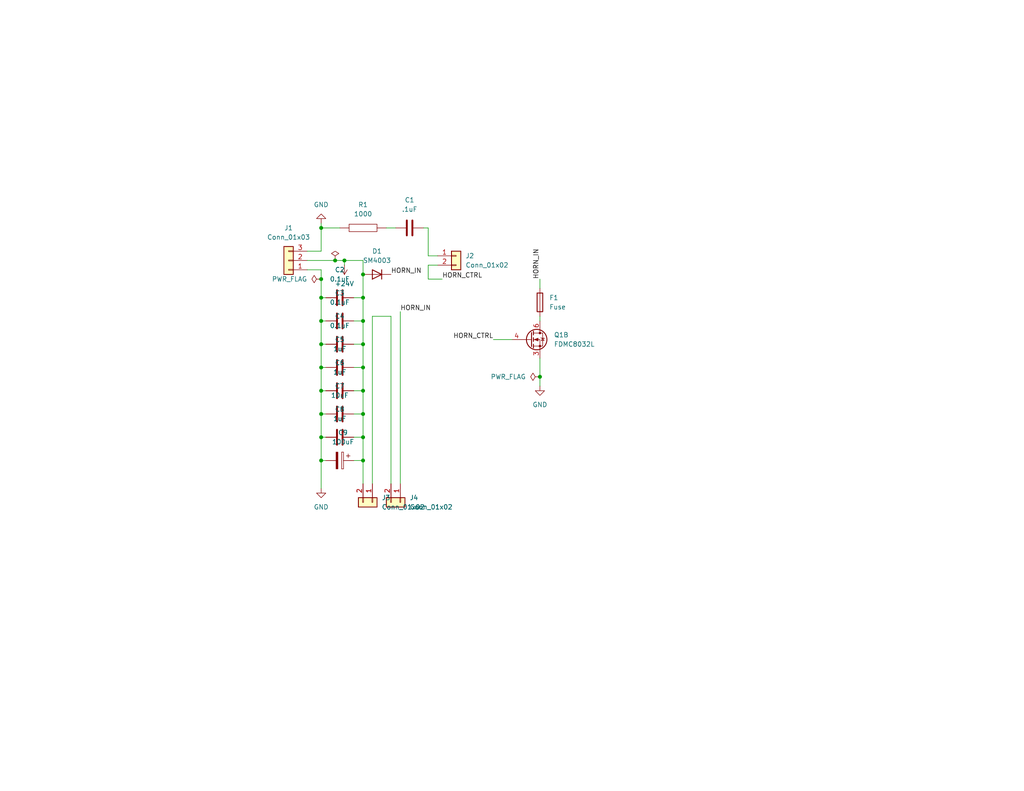
<source format=kicad_sch>
(kicad_sch (version 20250114) (generator "eeschema") (generator_version "9.0")
  (paper "USLetter")
  (title_block (title "Horns Board") (date "2025-09-14") (rev "0.0") (company "Illini Solar Car") (comment 1 "Designed By: Darren Erawan"))
  (lib_symbols
    (symbol "Connector_Generic:Conn_01x02" (pin_names (offset 1.016) (hide yes))
      (property "Reference" "J" (at 0 2.54 0))
      (property "Value" "Conn_01x02" (at 0 -5.08 0))
      (symbol "Conn_01x02_1_1"
        (rectangle (start -1.27 1.27) (end 1.27 -3.81) (stroke (width 0.254)) (fill (type background)))
        (rectangle (start -1.27 0.127) (end 0 -0.127) (stroke (width 0.1524)))
        (rectangle (start -1.27 -2.413) (end 0 -2.667) (stroke (width 0.1524)))
        (pin passive line (at -5.08 0 0) (length 3.81) (name "Pin_1") (number "1"))
        (pin passive line (at -5.08 -2.54 0) (length 3.81) (name "Pin_2") (number "2"))
      )
    )
    (symbol "Connector_Generic:Conn_01x03" (pin_names (offset 1.016) (hide yes))
      (property "Reference" "J" (at 0 5.08 0))
      (property "Value" "Conn_01x03" (at 0 -5.08 0))
      (symbol "Conn_01x03_1_1"
        (rectangle (start -1.27 3.81) (end 1.27 -3.81) (stroke (width 0.254)) (fill (type background)))
        (rectangle (start -1.27 2.667) (end 0 2.413) (stroke (width 0.1524)))
        (rectangle (start -1.27 0.127) (end 0 -0.127) (stroke (width 0.1524)))
        (rectangle (start -1.27 -2.413) (end 0 -2.667) (stroke (width 0.1524)))
        (pin passive line (at -5.08 2.54 0) (length 3.81) (name "Pin_1") (number "1"))
        (pin passive line (at -5.08 0 0) (length 3.81) (name "Pin_2") (number "2"))
        (pin passive line (at -5.08 -2.54 0) (length 3.81) (name "Pin_3") (number "3"))
      )
    )
    (symbol "Diode:SM4003" (pin_numbers (hide yes)) (pin_names (offset 1.016) (hide yes))
      (property "Reference" "D" (at 0 2.54 0))
      (property "Value" "SM4003" (at 0 -2.54 0))
      (symbol "SM4003_0_1"
        (polyline (pts (xy -1.27 1.27) (xy -1.27 -1.27)) (stroke (width 0.254)))
        (polyline (pts (xy 1.27 1.27) (xy 1.27 -1.27) (xy -1.27 0) (xy 1.27 1.27)) (stroke (width 0.254)))
        (polyline (pts (xy 1.27 0) (xy -1.27 0)))
      )
      (symbol "SM4003_1_1"
        (pin passive line (at -3.81 0 0) (length 2.54) (name "K") (number "1"))
        (pin passive line (at 3.81 0 180) (length 2.54) (name "A") (number "2"))
      )
    )
    (symbol "Transistor_FET:FDMC8032L" (pin_names (hide yes))
      (property "Reference" "Q" (at 5.08 1.905 0))
      (property "Value" "FDMC8032L" (at 5.08 0 0))
      (symbol "FDMC8032L_0_1"
        (polyline (pts (xy 0.254 1.905) (xy 0.254 -1.905)) (stroke (width 0.254)))
        (polyline (pts (xy 0.254 0) (xy -2.54 0)))
        (polyline (pts (xy 0.762 2.286) (xy 0.762 1.27)) (stroke (width 0.254)))
        (polyline (pts (xy 0.762 0.508) (xy 0.762 -0.508)) (stroke (width 0.254)))
        (polyline (pts (xy 0.762 -1.27) (xy 0.762 -2.286)) (stroke (width 0.254)))
        (polyline (pts (xy 0.762 -1.778) (xy 3.302 -1.778) (xy 3.302 1.778) (xy 0.762 1.778)))
        (polyline (pts (xy 1.016 0) (xy 2.032 0.381) (xy 2.032 -0.381) (xy 1.016 0)) (fill (type outline)))
        (circle (center 1.651 0) (radius 2.794) (stroke (width 0.254)))
        (polyline (pts (xy 2.54 2.54) (xy 2.54 1.778)))
        (circle (center 2.54 1.778) (radius 0.254) (fill (type outline)))
        (circle (center 2.54 -1.778) (radius 0.254) (fill (type outline)))
        (polyline (pts (xy 2.54 -2.54) (xy 2.54 0) (xy 0.762 0)))
        (polyline (pts (xy 2.794 0.508) (xy 2.921 0.381) (xy 3.683 0.381) (xy 3.81 0.254)))
        (polyline (pts (xy 3.302 0.381) (xy 2.921 -0.254) (xy 3.683 -0.254) (xy 3.302 0.381)))
      )
      (symbol "FDMC8032L_1_1"
        (pin passive line (at -5.08 0 0) (length 2.54) (name "G1") (number "1"))
        (pin passive line (at 2.54 5.08 270) (length 2.54) (name "D1") (number "5"))
        (pin passive line (at 2.54 -5.08 90) (length 2.54) (name "S1") (number "2"))
      )
      (symbol "FDMC8032L_2_1"
        (pin passive line (at -5.08 0 0) (length 2.54) (name "G2") (number "4"))
        (pin passive line (at 2.54 5.08 270) (length 2.54) (name "D2") (number "6"))
        (pin passive line (at 2.54 -5.08 90) (length 2.54) (name "S2") (number "3"))
      )
    )
    (symbol "device:C" (pin_numbers (hide yes)) (pin_names (offset 0.254))
      (property "Reference" "C" (at 0.635 2.54 0))
      (property "Value" "C" (at 0.635 -2.54 0))
      (symbol "C_0_1"
        (polyline (pts (xy -2.032 0.762) (xy 2.032 0.762)) (stroke (width 0.508)))
        (polyline (pts (xy -2.032 -0.762) (xy 2.032 -0.762)) (stroke (width 0.508)))
      )
      (symbol "C_1_1"
        (pin passive line (at 0 3.81 270) (length 2.794) (name "~") (number "1"))
        (pin passive line (at 0 -3.81 90) (length 2.794) (name "~") (number "2"))
      )
    )
    (symbol "device:C_Polarized" (pin_numbers (hide yes)) (pin_names (offset 0.254))
      (property "Reference" "C" (at 0.635 2.54 0))
      (property "Value" "C_Polarized" (at 0.635 -2.54 0))
      (symbol "C_Polarized_0_1"
        (rectangle (start -2.286 0.508) (end 2.286 1.016))
        (polyline (pts (xy -1.778 2.286) (xy -0.762 2.286)))
        (polyline (pts (xy -1.27 2.794) (xy -1.27 1.778)))
        (rectangle (start 2.286 -0.508) (end -2.286 -1.016) (fill (type outline)))
      )
      (symbol "C_Polarized_1_1"
        (pin passive line (at 0 3.81 270) (length 2.794) (name "~") (number "1"))
        (pin passive line (at 0 -3.81 90) (length 2.794) (name "~") (number "2"))
      )
    )
    (symbol "device:Fuse" (pin_numbers (hide yes)) (pin_names (offset 0))
      (property "Reference" "F" (at 2.032 0 90))
      (property "Value" "Fuse" (at -1.905 0 90))
      (symbol "Fuse_0_1"
        (rectangle (start -0.762 -2.54) (end 0.762 2.54) (stroke (width 0.254)))
        (polyline (pts (xy 0 2.54) (xy 0 -2.54)))
      )
      (symbol "Fuse_1_1"
        (pin passive line (at 0 3.81 270) (length 1.27) (name "~") (number "1"))
        (pin passive line (at 0 -3.81 90) (length 1.27) (name "~") (number "2"))
      )
    )
    (symbol "power:+24V" (power) (pin_names (offset 0))
      (property "Value" "+24V" (at 0 3.556 0))
      (symbol "+24V_0_1"
        (polyline (pts (xy -0.762 1.27) (xy 0 2.54)))
        (polyline (pts (xy 0 2.54) (xy 0.762 1.27)))
        (polyline (pts (xy 0 0) (xy 0 2.54)))
      )
      (symbol "+24V_1_1"
        (pin power_in line (at 0 0 90) (length 0) (hide yes) (name "+24V") (number "1"))
      )
    )
    (symbol "power:GND" (power) (pin_names (offset 0))
      (property "Value" "GND" (at 0 -3.81 0))
      (symbol "GND_0_1"
        (polyline (pts (xy 0 0) (xy 0 -1.27) (xy 1.27 -1.27) (xy 0 -2.54) (xy -1.27 -1.27) (xy 0 -1.27)))
      )
      (symbol "GND_1_1"
        (pin power_in line (at 0 0 270) (length 0) (hide yes) (name "GND") (number "1"))
      )
    )
    (symbol "power:PWR_FLAG" (power) (pin_numbers (hide yes)) (pin_names (offset 0) (hide yes))
      (property "Value" "PWR_FLAG" (at 0 3.81 0))
      (symbol "PWR_FLAG_0_0"
        (pin power_out line (at 0 0 90) (length 0) (name "pwr") (number "1"))
      )
      (symbol "PWR_FLAG_0_1"
        (polyline (pts (xy 0 0) (xy 0 1.27) (xy -1.016 1.905) (xy 0 2.54) (xy 1.016 1.905) (xy 0 1.27)))
      )
    )
    (symbol "pspice:R" (pin_numbers (hide yes)) (pin_names (offset 0))
      (property "Reference" "R" (at 2.032 0 90))
      (property "Value" "R" (at 0 0 90))
      (symbol "R_0_1"
        (rectangle (start -1.016 3.81) (end 1.016 -3.81))
      )
      (symbol "R_1_1"
        (pin passive line (at 0 6.35 270) (length 2.54) (name "~") (number "1"))
        (pin passive line (at 0 -6.35 90) (length 2.54) (name "~") (number "2"))
      )
    )
  )
  (junction (at 91.44 71.12))
  (junction (at 87.63 93.98))
  (junction (at 87.63 87.63))
  (junction (at 99.06 74.93))
  (junction (at 87.63 106.68))
  (junction (at 99.06 100.33))
  (junction (at 87.63 125.73))
  (junction (at 99.06 81.28))
  (junction (at 99.06 87.63))
  (junction (at 87.63 81.28))
  (junction (at 99.06 106.68))
  (junction (at 87.63 62.23))
  (junction (at 147.32 102.87))
  (junction (at 87.63 113.03))
  (junction (at 99.06 93.98))
  (junction (at 99.06 125.73))
  (junction (at 99.06 119.38))
  (junction (at 87.63 119.38))
  (junction (at 93.98 71.12))
  (junction (at 87.63 100.33))
  (junction (at 87.63 76.2))
  (junction (at 99.06 113.03))
  (wire (pts (xy 87.63 93.98) (xy 88.9 93.98)))
  (wire (pts (xy 99.06 71.12) (xy 99.06 74.93)))
  (wire (pts (xy 96.52 93.98) (xy 99.06 93.98)))
  (wire (pts (xy 147.32 102.87) (xy 147.32 105.41)))
  (wire (pts (xy 87.63 106.68) (xy 87.63 113.03)))
  (wire (pts (xy 87.63 119.38) (xy 87.63 125.73)))
  (wire (pts (xy 87.63 87.63) (xy 88.9 87.63)))
  (wire (pts (xy 99.06 125.73) (xy 99.06 119.38)))
  (wire (pts (xy 96.52 81.28) (xy 99.06 81.28)))
  (wire (pts (xy 99.06 113.03) (xy 99.06 106.68)))
  (wire (pts (xy 109.22 85.09) (xy 109.22 132.08)))
  (wire (pts (xy 83.82 73.66) (xy 87.63 73.66)))
  (wire (pts (xy 116.84 76.2) (xy 116.84 72.39)))
  (wire (pts (xy 101.6 132.08) (xy 101.6 86.36)))
  (wire (pts (xy 87.63 76.2) (xy 87.63 81.28)))
  (wire (pts (xy 87.63 113.03) (xy 87.63 119.38)))
  (wire (pts (xy 119.38 69.85) (xy 116.84 69.85)))
  (wire (pts (xy 134.62 92.71) (xy 139.7 92.71)))
  (wire (pts (xy 87.63 93.98) (xy 87.63 100.33)))
  (wire (pts (xy 99.06 93.98) (xy 99.06 87.63)))
  (wire (pts (xy 87.63 106.68) (xy 88.9 106.68)))
  (wire (pts (xy 96.52 106.68) (xy 99.06 106.68)))
  (wire (pts (xy 87.63 81.28) (xy 87.63 87.63)))
  (wire (pts (xy 99.06 100.33) (xy 99.06 93.98)))
  (wire (pts (xy 147.32 86.36) (xy 147.32 87.63)))
  (wire (pts (xy 116.84 72.39) (xy 119.38 72.39)))
  (wire (pts (xy 87.63 81.28) (xy 88.9 81.28)))
  (wire (pts (xy 96.52 100.33) (xy 99.06 100.33)))
  (wire (pts (xy 83.82 68.58) (xy 87.63 68.58)))
  (wire (pts (xy 87.63 113.03) (xy 88.9 113.03)))
  (wire (pts (xy 87.63 100.33) (xy 88.9 100.33)))
  (wire (pts (xy 87.63 62.23) (xy 87.63 60.96)))
  (wire (pts (xy 120.65 76.2) (xy 116.84 76.2)))
  (wire (pts (xy 87.63 119.38) (xy 88.9 119.38)))
  (wire (pts (xy 107.95 62.23) (xy 105.41 62.23)))
  (wire (pts (xy 87.63 87.63) (xy 87.63 93.98)))
  (wire (pts (xy 96.52 113.03) (xy 99.06 113.03)))
  (wire (pts (xy 99.06 106.68) (xy 99.06 100.33)))
  (wire (pts (xy 106.68 86.36) (xy 106.68 132.08)))
  (wire (pts (xy 147.32 76.2) (xy 147.32 78.74)))
  (wire (pts (xy 87.63 62.23) (xy 87.63 68.58)))
  (wire (pts (xy 92.71 62.23) (xy 87.63 62.23)))
  (wire (pts (xy 96.52 87.63) (xy 99.06 87.63)))
  (wire (pts (xy 99.06 119.38) (xy 99.06 113.03)))
  (wire (pts (xy 93.98 71.12) (xy 99.06 71.12)))
  (wire (pts (xy 96.52 125.73) (xy 99.06 125.73)))
  (wire (pts (xy 83.82 71.12) (xy 91.44 71.12)))
  (wire (pts (xy 116.84 62.23) (xy 115.57 62.23)))
  (wire (pts (xy 87.63 125.73) (xy 88.9 125.73)))
  (wire (pts (xy 87.63 73.66) (xy 87.63 76.2)))
  (wire (pts (xy 87.63 125.73) (xy 87.63 133.35)))
  (wire (pts (xy 93.98 71.12) (xy 93.98 72.39)))
  (wire (pts (xy 99.06 132.08) (xy 99.06 125.73)))
  (wire (pts (xy 87.63 100.33) (xy 87.63 106.68)))
  (wire (pts (xy 96.52 119.38) (xy 99.06 119.38)))
  (wire (pts (xy 91.44 71.12) (xy 93.98 71.12)))
  (wire (pts (xy 116.84 69.85) (xy 116.84 62.23)))
  (wire (pts (xy 147.32 97.79) (xy 147.32 102.87)))
  (wire (pts (xy 101.6 86.36) (xy 106.68 86.36)))
  (wire (pts (xy 99.06 74.93) (xy 99.06 81.28)))
  (wire (pts (xy 99.06 87.63) (xy 99.06 81.28)))
  (label "HORN_CTRL" (at 134.62 92.71 180))
  (label "HORN_CTRL" (at 120.65 76.2 0))
  (label "HORN_IN" (at 147.32 76.2 90))
  (label "HORN_IN" (at 106.68 74.93 0))
  (label "HORN_IN" (at 109.22 85.09 0))
  (symbol (lib_id "device:C") (at 111.76 62.23 90) (unit 1)
    (property "Reference" "C1" (at 111.76 54.61 90))
    (property "Value" ".1uF" (at 111.76 57.15 90))
    (property "Footprint" "Capacitor_SMD:C_0603_1608Metric_Pad1.08x0.95mm_HandSolder" (effects (hide yes)))
    (property "Description" "Unpolarized capacitor" (effects (hide yes)))
  )
  (symbol (lib_id "device:C") (at 92.71 100.33 90) (unit 1)
    (property "Reference" "C5" (at 92.71 92.71 90))
    (property "Value" "1uF" (at 92.71 95.25 90))
    (property "Footprint" "Capacitor_SMD:C_0603_1608Metric_Pad1.08x0.95mm_HandSolder" (effects (hide yes)))
    (property "Description" "Unpolarized capacitor" (effects (hide yes)))
  )
  (symbol (lib_id "power:GND") (at 87.63 60.96 180) (unit 1)
    (property "Reference" "#PWR03" (effects (hide yes)))
    (property "Value" "GND" (at 87.63 55.88 0))
    (property "Description" "Power symbol creates a global label with name \"GND\" , ground" (effects (hide yes)))
  )
  (symbol (lib_id "power:GND") (at 147.32 105.41 0) (unit 1)
    (property "Reference" "#PWR04" (effects (hide yes)))
    (property "Value" "GND" (at 147.32 110.49 0))
    (property "Description" "Power symbol creates a global label with name \"GND\" , ground" (effects (hide yes)))
  )
  (symbol (lib_id "Connector_Generic:Conn_01x02") (at 109.22 137.16 270) (unit 1)
    (property "Reference" "J4" (at 111.76 135.8899 90) (effects (justify left)))
    (property "Value" "Conn_01x02" (at 111.76 138.4299 90) (effects (justify left)))
    (property "Footprint" "Connector_Molex:Molex_CLIK-Mate_502382-0270_1x02-1MP_P1.25mm_Vertical" (effects (hide yes)))
    (property "Description" "Generic connector, single row, 01x02, script generated (kicad-library-utils/schlib/autogen/connector/)" (effects (hide yes)))
  )
  (symbol (lib_id "device:C") (at 92.71 119.38 90) (unit 1)
    (property "Reference" "C8" (at 92.71 111.76 90))
    (property "Value" "1uF" (at 92.71 114.3 90))
    (property "Footprint" "Capacitor_SMD:C_0603_1608Metric_Pad1.08x0.95mm_HandSolder" (effects (hide yes)))
    (property "Description" "Unpolarized capacitor" (effects (hide yes)))
  )
  (symbol (lib_id "pspice:R") (at 99.06 62.23 90) (unit 1)
    (property "Reference" "R1" (at 99.06 55.88 90))
    (property "Value" "1000" (at 99.06 58.42 90))
    (property "Footprint" "Resistor_SMD:R_0201_0603Metric_Pad0.64x0.40mm_HandSolder" (effects (hide yes)))
    (property "Description" "Resistor symbol for simulation only" (effects (hide yes)))
  )
  (symbol (lib_id "power:PWR_FLAG") (at 147.32 102.87 90) (unit 1)
    (property "Reference" "#FLG04" (effects (hide yes)))
    (property "Value" "PWR_FLAG" (at 143.51 102.8699 90) (effects (justify left)))
    (property "Description" "Special symbol for telling ERC where power comes from" (effects (hide yes)))
  )
  (symbol (lib_id "device:C") (at 92.71 87.63 90) (unit 1)
    (property "Reference" "C3" (at 92.71 80.01 90))
    (property "Value" "0.1uF" (at 92.71 82.55 90))
    (property "Footprint" "Capacitor_SMD:C_0603_1608Metric_Pad1.08x0.95mm_HandSolder" (effects (hide yes)))
    (property "Description" "Unpolarized capacitor" (effects (hide yes)))
  )
  (symbol (lib_id "power:GND") (at 87.63 133.35 0) (unit 1)
    (property "Reference" "#PWR01" (effects (hide yes)))
    (property "Value" "GND" (at 87.63 138.43 0))
    (property "Description" "Power symbol creates a global label with name \"GND\" , ground" (effects (hide yes)))
  )
  (symbol (lib_id "Transistor_FET:FDMC8032L") (at 144.78 92.71 0) (unit 2)
    (property "Reference" "Q1" (at 151.13 91.4399 0) (effects (justify left)))
    (property "Value" "FDMC8032L" (at 151.13 93.9799 0) (effects (justify left)))
    (property "Footprint" "Package_SON:Fairchild_DualPower33-6_3x3mm" (effects (hide yes)))
    (property "Datasheet" "https://www.onsemi.com/pub/Collateral/FDMC8032L-D.PDF" (effects (hide yes)))
    (property "Description" "7A Id, 40V Vds, Dual N-Channel MOSFET, 20mOhm Ron, Power33 Package" (effects (hide yes)))
  )
  (symbol (lib_id "device:C_Polarized") (at 92.71 125.73 270) (unit 1)
    (property "Reference" "C9" (at 93.599 118.11 90))
    (property "Value" "100uF" (at 93.599 120.65 90))
    (property "Footprint" "Capacitor_SMD:C_0603_1608Metric_Pad1.08x0.95mm_HandSolder" (effects (hide yes)))
    (property "Description" "Polarized capacitor" (effects (hide yes)))
  )
  (symbol (lib_id "device:Fuse") (at 147.32 82.55 0) (unit 1)
    (property "Reference" "F1" (at 149.86 81.2799 0) (effects (justify left)))
    (property "Value" "Fuse" (at 149.86 83.8199 0) (effects (justify left)))
    (property "Footprint" "Fuse:Fuse_2512_6332Metric_Pad1.52x3.35mm_HandSolder" (effects (hide yes)))
    (property "Description" "Fuse" (effects (hide yes)))
  )
  (symbol (lib_id "Connector_Generic:Conn_01x02") (at 124.46 69.85 0) (unit 1)
    (property "Reference" "J2" (at 127 69.8499 0) (effects (justify left)))
    (property "Value" "Conn_01x02" (at 127 72.3899 0) (effects (justify left)))
    (property "Footprint" "Connector_Molex:Molex_CLIK-Mate_502382-0270_1x02-1MP_P1.25mm_Vertical" (effects (hide yes)))
    (property "Description" "Generic connector, single row, 01x02, script generated (kicad-library-utils/schlib/autogen/connector/)" (effects (hide yes)))
  )
  (symbol (lib_id "device:C") (at 92.71 93.98 90) (unit 1)
    (property "Reference" "C4" (at 92.71 86.36 90))
    (property "Value" "0.1uF" (at 92.71 88.9 90))
    (property "Footprint" "Capacitor_SMD:C_0603_1608Metric_Pad1.08x0.95mm_HandSolder" (effects (hide yes)))
    (property "Description" "Unpolarized capacitor" (effects (hide yes)))
  )
  (symbol (lib_id "power:PWR_FLAG") (at 87.63 76.2 90) (unit 1)
    (property "Reference" "#FLG02" (effects (hide yes)))
    (property "Value" "PWR_FLAG" (at 83.82 76.1999 90) (effects (justify left)))
    (property "Description" "Special symbol for telling ERC where power comes from" (effects (hide yes)))
  )
  (symbol (lib_id "power:PWR_FLAG") (at 91.44 71.12 0) (unit 1)
    (property "Reference" "#FLG01" (effects (hide yes)))
    (property "Value" "PWR_FLAG" (effects (hide yes)))
    (property "Description" "Special symbol for telling ERC where power comes from" (effects (hide yes)))
  )
  (symbol (lib_id "device:C") (at 92.71 81.28 90) (unit 1)
    (property "Reference" "C2" (at 92.71 73.66 90))
    (property "Value" "0.1uF" (at 92.71 76.2 90))
    (property "Footprint" "Capacitor_SMD:C_0603_1608Metric_Pad1.08x0.95mm_HandSolder" (effects (hide yes)))
    (property "Description" "Unpolarized capacitor" (effects (hide yes)))
  )
  (symbol (lib_id "power:+24V") (at 93.98 72.39 180) (unit 1)
    (property "Reference" "#PWR02" (effects (hide yes)))
    (property "Value" "+24V" (at 93.98 77.47 0))
    (property "Description" "Power symbol creates a global label with name \"+24V\"" (effects (hide yes)))
  )
  (symbol (lib_id "Diode:SM4003") (at 102.87 74.93 180) (unit 1)
    (property "Reference" "D1" (at 102.87 68.58 0))
    (property "Value" "SM4003" (at 102.87 71.12 0))
    (property "Footprint" "Diode_SMD:D_MELF" (effects (hide yes)))
    (property "Datasheet" "http://cdn-reichelt.de/documents/datenblatt/A400/SMD1N400%23DIO.pdf" (effects (hide yes)))
    (property "Description" "200V 1A General Purpose Rectifier Diode, MELF" (effects (hide yes)))
  )
  (symbol (lib_id "Connector_Generic:Conn_01x03") (at 78.74 71.12 180) (unit 1)
    (property "Reference" "J1" (at 78.74 62.23 0))
    (property "Value" "Conn_01x03" (at 78.74 64.77 0))
    (property "Footprint" "Connector_Molex:Molex_CLIK-Mate_502382-0370_1x03-1MP_P1.25mm_Vertical" (effects (hide yes)))
    (property "Description" "Generic connector, single row, 01x03, script generated (kicad-library-utils/schlib/autogen/connector/)" (effects (hide yes)))
  )
  (symbol (lib_id "device:C") (at 92.71 113.03 90) (unit 1)
    (property "Reference" "C7" (at 92.71 105.41 90))
    (property "Value" "10uF" (at 92.71 107.95 90))
    (property "Footprint" "Capacitor_SMD:C_0603_1608Metric_Pad1.08x0.95mm_HandSolder" (effects (hide yes)))
    (property "Description" "Unpolarized capacitor" (effects (hide yes)))
  )
  (symbol (lib_id "Connector_Generic:Conn_01x02") (at 101.6 137.16 270) (unit 1)
    (property "Reference" "J3" (at 104.14 135.8899 90) (effects (justify left)))
    (property "Value" "Conn_01x02" (at 104.14 138.4299 90) (effects (justify left)))
    (property "Footprint" "Connector_Molex:Molex_CLIK-Mate_502382-0270_1x02-1MP_P1.25mm_Vertical" (effects (hide yes)))
    (property "Description" "Generic connector, single row, 01x02, script generated (kicad-library-utils/schlib/autogen/connector/)" (effects (hide yes)))
  )
  (symbol (lib_id "device:C") (at 92.71 106.68 90) (unit 1)
    (property "Reference" "C6" (at 92.71 99.06 90))
    (property "Value" "1uF" (at 92.71 101.6 90))
    (property "Footprint" "Capacitor_SMD:C_0603_1608Metric_Pad1.08x0.95mm_HandSolder" (effects (hide yes)))
    (property "Description" "Unpolarized capacitor" (effects (hide yes)))
  )
)
</source>
